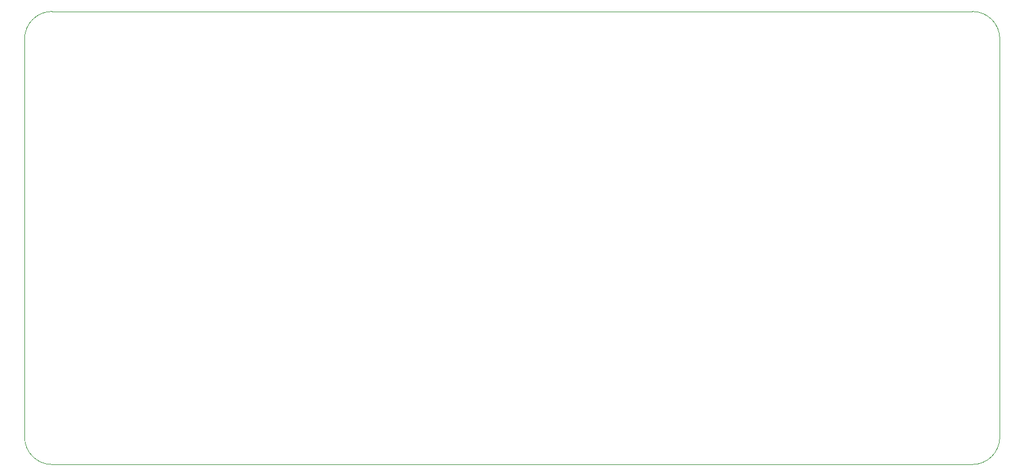
<source format=gbr>
%TF.GenerationSoftware,KiCad,Pcbnew,9.0.4*%
%TF.CreationDate,2025-10-02T09:51:56+02:00*%
%TF.ProjectId,Patch_Antenna,50617463-685f-4416-9e74-656e6e612e6b,rev?*%
%TF.SameCoordinates,Original*%
%TF.FileFunction,Profile,NP*%
%FSLAX46Y46*%
G04 Gerber Fmt 4.6, Leading zero omitted, Abs format (unit mm)*
G04 Created by KiCad (PCBNEW 9.0.4) date 2025-10-02 09:51:56*
%MOMM*%
%LPD*%
G01*
G04 APERTURE LIST*
%TA.AperFunction,Profile*%
%ADD10C,0.050000*%
%TD*%
G04 APERTURE END LIST*
D10*
X215000000Y-63000000D02*
X215000000Y-121000000D01*
X77000000Y-59000000D02*
X211000000Y-59000000D01*
X77000000Y-125000000D02*
X211000000Y-125000000D01*
X215000000Y-121000000D02*
G75*
G02*
X211000000Y-125000000I-4000000J0D01*
G01*
X211000000Y-59000000D02*
G75*
G02*
X215000000Y-63000000I0J-4000000D01*
G01*
X73000000Y-121000000D02*
X73000000Y-63000000D01*
X77000000Y-125000000D02*
G75*
G02*
X73000000Y-121000000I0J4000000D01*
G01*
X73000000Y-63000000D02*
G75*
G02*
X77000000Y-59000000I4000000J0D01*
G01*
M02*

</source>
